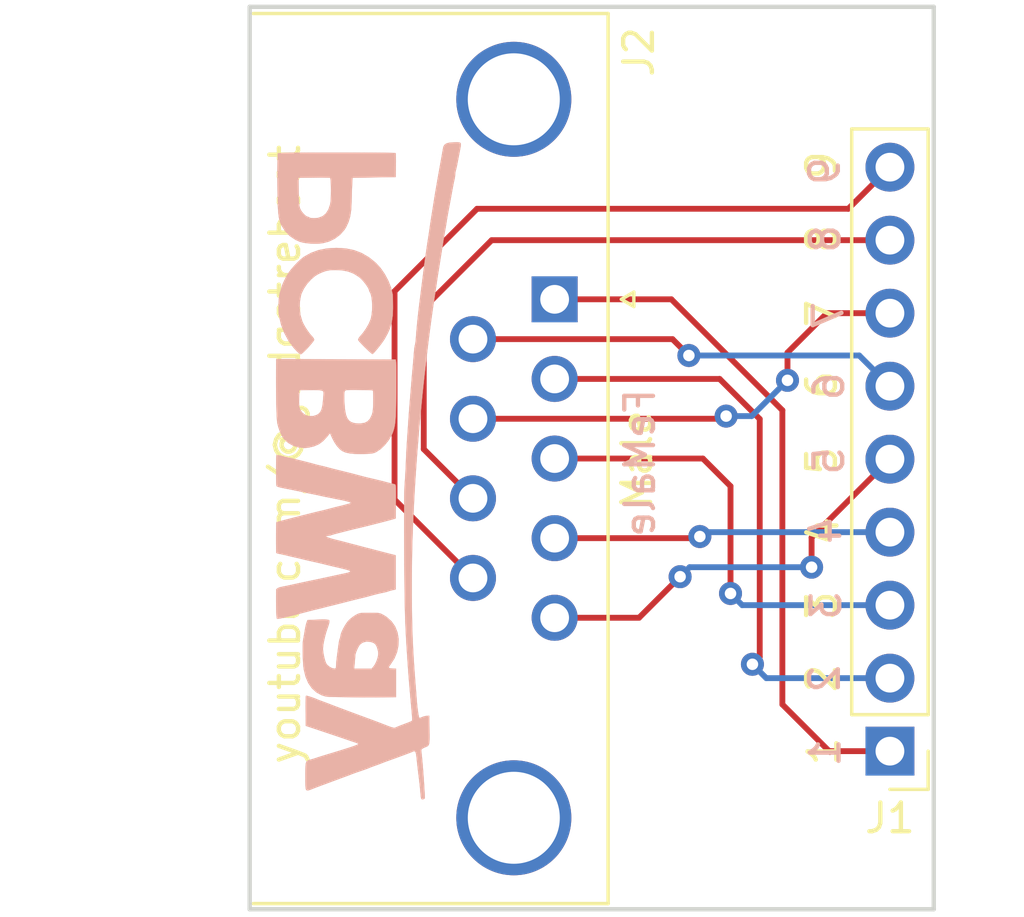
<source format=kicad_pcb>
(kicad_pcb (version 20241229) (generator "pcbnew") (generator_version "9.0")
  (layers (0 "F.Cu" signal) (2 "B.Cu" signal) (13 "F.Paste" user) (15 "B.Paste" user) (5 "F.SilkS" user "F.Silkscreen") (7 "B.SilkS" user "B.Silkscreen") (1 "F.Mask" user) (3 "B.Mask" user) (25 "Edge.Cuts" user))
  (net 0 "")
  (net 1 "Net-(J1-Pin_6)")
  (net 2 "Net-(J1-Pin_9)")
  (net 3 "Net-(J1-Pin_1)")
  (net 4 "Net-(J1-Pin_7)")
  (net 5 "Net-(J1-Pin_8)")
  (net 6 "Net-(J1-Pin_4)")
  (net 7 "Net-(J1-Pin_2)")
  (net 8 "Net-(J1-Pin_5)")
  (net 9 "Net-(J1-Pin_3)")
  (footprint "Connector_PinHeader_2.54mm:PinHeader_1x09_P2.54mm_Vertical" (layer "F.Cu") (at 174.276001 117.398801 180)
    (property "Reference" "J1" (at 0 -2.33 180) (layer "F.SilkS"))
    (property "Value" "Conn_01x09")
    (fp_line (start 1.33 1.27) (end 1.33 21.65) (stroke (width 0.12)) (layer "F.SilkS"))
    (fp_line (start -1.33 21.65) (end 1.33 21.65) (stroke (width 0.12)) (layer "F.SilkS"))
    (fp_line (start -1.33 1.27) (end 1.33 1.27) (stroke (width 0.12)) (layer "F.SilkS"))
    (fp_line (start -1.33 1.27) (end -1.33 21.65) (stroke (width 0.12)) (layer "F.SilkS"))
    (fp_line (start -1.33 0) (end -1.33 -1.33) (stroke (width 0.12)) (layer "F.SilkS"))
    (fp_line (start -1.33 -1.33) (end 0 -1.33) (stroke (width 0.12)) (layer "F.SilkS"))
    (pad "1" thru_hole rect (at 0 0 180) (size 1.7 1.7) (drill 1) (layers "*.Cu" "*.Mask") (net 3 "Net-(J1-Pin_1)"))
    (pad "2" thru_hole oval (at 0 2.54 180) (size 1.7 1.7) (drill 1) (layers "*.Cu" "*.Mask") (net 7 "Net-(J1-Pin_2)"))
    (pad "3" thru_hole oval (at 0 5.08 180) (size 1.7 1.7) (drill 1) (layers "*.Cu" "*.Mask") (net 9 "Net-(J1-Pin_3)"))
    (pad "4" thru_hole oval (at 0 7.62 180) (size 1.7 1.7) (drill 1) (layers "*.Cu" "*.Mask") (net 6 "Net-(J1-Pin_4)"))
    (pad "5" thru_hole oval (at 0 10.16 180) (size 1.7 1.7) (drill 1) (layers "*.Cu" "*.Mask") (net 8 "Net-(J1-Pin_5)"))
    (pad "6" thru_hole oval (at 0 12.7 180) (size 1.7 1.7) (drill 1) (layers "*.Cu" "*.Mask") (net 1 "Net-(J1-Pin_6)"))
    (pad "7" thru_hole oval (at 0 15.24 180) (size 1.7 1.7) (drill 1) (layers "*.Cu" "*.Mask") (net 4 "Net-(J1-Pin_7)"))
    (pad "8" thru_hole oval (at 0 17.78 180) (size 1.7 1.7) (drill 1) (layers "*.Cu" "*.Mask") (net 5 "Net-(J1-Pin_8)"))
    (pad "9" thru_hole oval (at 0 20.32 180) (size 1.7 1.7) (drill 1) (layers "*.Cu" "*.Mask") (net 2 "Net-(J1-Pin_9)"))
  )
  (footprint "Connector_Dsub:DSUB-9_Pins_Horizontal_P2.77x2.84mm_EdgePinOffset7.70mm_Housed_MountingHolesOffset9.12mm" (layer "F.Cu") (at 162.615862 101.677199 -90)
    (property "Reference" "J2" (at -8.607799 -2.927 90) (layer "F.SilkS"))
    (property "Value" "DE9_Pins_MountingHoles")
    (fp_line (start -9.945 10.48) (end -9.945 -1.860001) (stroke (width 0.12)) (layer "F.SilkS"))
    (fp_line (start -9.945 -1.860001) (end 21.025 -1.860001) (stroke (width 0.12)) (layer "F.SilkS"))
    (fp_line (start 21.025 -1.860001) (end 21.025 10.48) (stroke (width 0.12)) (layer "F.SilkS"))
    (fp_line (start 0 -2.321325) (end -0.25 -2.754338) (stroke (width 0.12)) (layer "F.SilkS"))
    (fp_line (start -0.25 -2.754338) (end 0.25 -2.754338) (stroke (width 0.12)) (layer "F.SilkS"))
    (fp_line (start 0.25 -2.754338) (end 0 -2.321325) (stroke (width 0.12)) (layer "F.SilkS"))
    (pad "0" thru_hole circle (at -6.96 1.42 270) (size 4 4) (drill 3.2) (layers "*.Cu" "*.Mask"))
    (pad "0" thru_hole circle (at 18.04 1.42 270) (size 4 4) (drill 3.2) (layers "*.Cu" "*.Mask"))
    (pad "1" thru_hole rect (at 0 0 270) (size 1.6 1.6) (drill 1) (layers "*.Cu" "*.Mask") (net 3 "Net-(J1-Pin_1)"))
    (pad "2" thru_hole circle (at 2.77 0 270) (size 1.6 1.6) (drill 1) (layers "*.Cu" "*.Mask") (net 7 "Net-(J1-Pin_2)"))
    (pad "3" thru_hole circle (at 5.540001 0 270) (size 1.6 1.6) (drill 1) (layers "*.Cu" "*.Mask") (net 9 "Net-(J1-Pin_3)"))
    (pad "4" thru_hole circle (at 8.31 0 270) (size 1.6 1.6) (drill 1) (layers "*.Cu" "*.Mask") (net 6 "Net-(J1-Pin_4)"))
    (pad "5" thru_hole circle (at 11.08 0 270) (size 1.6 1.6) (drill 1) (layers "*.Cu" "*.Mask") (net 8 "Net-(J1-Pin_5)"))
    (pad "6" thru_hole circle (at 1.385 2.84 270) (size 1.6 1.6) (drill 1) (layers "*.Cu" "*.Mask") (net 1 "Net-(J1-Pin_6)"))
    (pad "7" thru_hole circle (at 4.155 2.84 270) (size 1.6 1.6) (drill 1) (layers "*.Cu" "*.Mask") (net 4 "Net-(J1-Pin_7)"))
    (pad "8" thru_hole circle (at 6.925 2.84 270) (size 1.6 1.6) (drill 1) (layers "*.Cu" "*.Mask") (net 5 "Net-(J1-Pin_8)"))
    (pad "9" thru_hole circle (at 9.695 2.84 270) (size 1.6 1.6) (drill 1) (layers "*.Cu" "*.Mask") (net 2 "Net-(J1-Pin_9)"))
  )
  (footprint "footprints:pcb way logo" (layer "B.Cu") (at 156.8196 107.6452 -90)
    (property "Reference" "G***" (hide yes))
    (property "Value" "LOGO" (hide yes))
    (fp_poly (pts (xy -10.126591 3.844228) (xy -9.929313 3.843139) (xy -9.735945 3.841192) (xy -9.553324 3.838394) (xy -9.38829 3.834755) (xy -9.247678 3.830284) (xy -9.138327 3.824989) (xy -9.1313 3.824541) (xy -8.956587 3.810676) (xy -8.820741 3.793302) (xy -8.711841 3.770008) (xy -8.617965 3.738377) (xy -8.5471 3.706161) (xy -8.339348 3.575875) (xy -8.169537 3.411834) (xy -8.037919 3.214314) (xy -7.972923 3.067989) (xy -7.940297 2.945556) (xy -7.917438 2.789796) (xy -7.905442 2.617438) (xy -7.905406 2.44521) (xy -7.918428 2.289839) (xy -7.920839 2.273633) (xy -7.978841 2.053732) (xy -8.078306 1.848794) (xy -8.213134 1.667826) (xy -8.377223 1.519831) (xy -8.473314 1.458208) (xy -8.658103 1.371987) (xy -8.859803 1.312819) (xy -9.08855 1.278442) (xy -9.331367 1.266769) (xy -9.489371 1.263875) (xy -9.664856 1.258708) (xy -9.831707 1.252114) (xy -9.9187 1.24772) (xy -10.1981 1.2319) (xy -10.2235 -0.2667) (xy -10.631411 -0.273655) (xy -10.77054 -0.27497) (xy -10.891505 -0.274109) (xy -10.985333 -0.271294) (xy -11.04305 -0.266751) (xy -11.05686 -0.263072) (xy -11.059598 -0.235523) (xy -11.062204 -0.161024) (xy -11.064646 -0.04343) (xy -11.066891 0.113411) (xy -11.068906 0.305646) (xy -11.070657 0.529424) (xy -11.072113 0.780894) (xy -11.073238 1.056204) (xy -11.074004 1.351503) (xy -11.074371 1.662939) (xy -11.0744 1.780735) (xy -11.074244 2.164841) (xy -11.074084 2.273478) (xy -10.206686 2.273478) (xy -10.205711 2.153395) (xy -10.203623 2.065736) (xy -10.200501 2.018535) (xy -10.19943 2.013607) (xy -10.170509 2.001425) (xy -10.100654 1.991957) (xy -9.999658 1.985252) (xy -9.87732 1.981367) (xy -9.743433 1.980352) (xy -9.607793 1.98226) (xy -9.480196 1.987143) (xy -9.370437 1.995054) (xy -9.288312 2.006046) (xy -9.275897 2.008657) (xy -9.094353 2.069302) (xy -8.955111 2.157988) (xy -8.857953 2.274965) (xy -8.802659 2.420484) (xy -8.7884 2.56289) (xy -8.792342 2.646367) (xy -8.802568 2.7078) (xy -8.8138 2.7305) (xy -8.835581 2.766536) (xy -8.8392 2.792544) (xy -8.857061 2.834911) (xy -8.90281 2.893041) (xy -8.940235 2.930168) (xy -9.005333 2.985814) (xy -9.066812 3.028095) (xy -9.133035 3.058917) (xy -9.21236 3.080186) (xy -9.313151 3.093808) (xy -9.443767 3.101691) (xy -9.612572 3.105741) (xy -9.7155 3.10694) (xy -10.1981 3.1115) (xy -10.204983 2.578757) (xy -10.20647 2.417944) (xy -10.206686 2.273478) (xy -11.074084 2.273478) (xy -11.073747 2.500914) (xy -11.072867 2.791711) (xy -11.071559 3.039997) (xy -11.069782 3.248535) (xy -11.067493 3.420088) (xy -11.064649 3.557417) (xy -11.061207 3.663286) (xy -11.057123 3.740457) (xy -11.052356 3.791693) (xy -11.046863 3.819757) (xy -11.04265 3.827039) (xy -11.009458 3.832215) (xy -10.932311 3.83647) (xy -10.818049 3.839811) (xy -10.673508 3.842249) (xy -10.505526 3.843791) (xy -10.320941 3.844448) (xy -10.126591 3.844228)) (stroke (width 0.01)) (fill yes) (layer "B.SilkS"))
    (fp_poly (pts (xy -5.56091 3.803272) (xy -5.401501 3.788202) (xy -5.361482 3.782119) (xy -5.076571 3.712881) (xy -4.795154 3.603567) (xy -4.529552 3.460411) (xy -4.292089 3.289645) (xy -4.172403 3.180699) (xy -4.104182 3.11135) (xy -4.067054 3.067069) (xy -4.056003 3.037177) (xy -4.066021 3.011004) (xy -4.082614 2.98951) (xy -4.145914 2.918544) (xy -4.226202 2.837772) (xy -4.314442 2.755176) (xy -4.401595 2.678736) (xy -4.478625 2.616435) (xy -4.536493 2.576254) (xy -4.562821 2.5654) (xy -4.611019 2.583036) (xy -4.669978 2.627086) (xy -4.687898 2.644802) (xy -4.765385 2.713937) (xy -4.873187 2.793114) (xy -4.995161 2.871822) (xy -5.115163 2.939552) (xy -5.204078 2.980846) (xy -5.433434 3.047431) (xy -5.676004 3.074538) (xy -5.9055 3.060961) (xy -6.008013 3.043887) (xy -6.095873 3.026926) (xy -6.152947 3.013246) (xy -6.1595 3.01109) (xy -6.334765 2.928043) (xy -6.505094 2.813033) (xy -6.658737 2.676321) (xy -6.783938 2.528159) (xy -6.859486 2.400299) (xy -6.918748 2.264428) (xy -6.956631 2.151699) (xy -6.977719 2.041598) (xy -6.986598 1.913602) (xy -6.987951 1.825497) (xy -6.975849 1.585018) (xy -6.935027 1.377938) (xy -6.862071 1.193608) (xy -6.753568 1.021377) (xy -6.714078 0.971088) (xy -6.653022 0.907088) (xy -6.572446 0.836536) (xy -6.484014 0.768037) (xy -6.399391 0.710197) (xy -6.33024 0.671621) (xy -6.292974 0.6604) (xy -6.243816 0.646042) (xy -6.23443 0.639417) (xy -6.162525 0.601646) (xy -6.051915 0.573469) (xy -5.913856 0.555281) (xy -5.759604 0.547475) (xy -5.600413 0.550442) (xy -5.447539 0.564576) (xy -5.312237 0.59027) (xy -5.260917 0.605425) (xy -5.107137 0.671914) (xy -4.942548 0.767067) (xy -4.78661 0.878755) (xy -4.69571 0.957705) (xy -4.628347 1.011261) (xy -4.571856 1.036722) (xy -4.55601 1.037217) (xy -4.52428 1.017224) (xy -4.467718 0.968773) (xy -4.394591 0.900253) (xy -4.313161 0.820054) (xy -4.231693 0.736565) (xy -4.158452 0.658174) (xy -4.101702 0.59327) (xy -4.069709 0.550244) (xy -4.065589 0.539419) (xy -4.086112 0.510392) (xy -4.139138 0.459078) (xy -4.215794 0.392666) (xy -4.307208 0.318339) (xy -4.404508 0.243286) (xy -4.498819 0.174696) (xy -4.581271 0.119752) (xy -4.591249 0.113626) (xy -4.791482 0.003248) (xy -4.983731 -0.077389) (xy -5.181082 -0.131596) (xy -5.396619 -0.162684) (xy -5.64343 -0.173966) (xy -5.7277 -0.173965) (xy -5.862372 -0.172168) (xy -5.983352 -0.169393) (xy -6.07926 -0.165985) (xy -6.138712 -0.162287) (xy -6.1468 -0.161319) (xy -6.375963 -0.106574) (xy -6.613318 -0.013755) (xy -6.844756 0.109575) (xy -7.056167 0.255847) (xy -7.23344 0.417494) (xy -7.2406 0.425239) (xy -7.431262 0.662584) (xy -7.575989 0.91087) (xy -7.676975 1.175961) (xy -7.736416 1.463719) (xy -7.756507 1.78001) (xy -7.756496 1.803399) (xy -7.736786 2.124543) (xy -7.679727 2.414522) (xy -7.584026 2.67796) (xy -7.448391 2.919476) (xy -7.441557 2.929567) (xy -7.361341 3.030988) (xy -7.252021 3.147527) (xy -7.127068 3.266597) (xy -6.999958 3.37561) (xy -6.884164 3.461979) (xy -6.845301 3.486617) (xy -6.739634 3.545704) (xy -6.62761 3.602647) (xy -6.520935 3.652104) (xy -6.431316 3.688736) (xy -6.370457 3.7072) (xy -6.359195 3.7084) (xy -6.307149 3.719548) (xy -6.279805 3.731066) (xy -6.187409 3.762906) (xy -6.057033 3.786728) (xy -5.900964 3.801853) (xy -5.731495 3.807595) (xy -5.56091 3.803272)) (stroke (width 0.01)) (fill yes) (layer "B.SilkS"))
    (fp_poly (pts (xy -2.826161 3.888604) (xy -2.547899 3.885702) (xy -2.298297 3.881231) (xy -2.081536 3.875271) (xy -1.901796 3.867901) (xy -1.76326 3.859201) (xy -1.670106 3.849252) (xy -1.652043 3.846118) (xy -1.511814 3.80936) (xy -1.36666 3.756716) (xy -1.233173 3.69525) (xy -1.127946 3.632021) (xy -1.102665 3.612326) (xy -0.971639 3.46891) (xy -0.874304 3.295237) (xy -0.814414 3.102098) (xy -0.795727 2.90028) (xy -0.808041 2.766075) (xy -0.85569 2.566701) (xy -0.928239 2.401811) (xy -1.03359 2.258018) (xy -1.179645 2.121928) (xy -1.19592 2.108919) (xy -1.314522 2.015169) (xy -1.149826 1.94342) (xy -0.999404 1.865906) (xy -0.86345 1.773398) (xy -0.754307 1.675281) (xy -0.692679 1.595898) (xy -0.643674 1.485989) (xy -0.610219 1.343592) (xy -0.591599 1.163695) (xy -0.587102 0.94129) (xy -0.588446 0.8636) (xy -0.592987 0.719002) (xy -0.59942 0.614043) (xy -0.609397 0.537564) (xy -0.624572 0.478406) (xy -0.646597 0.425408) (xy -0.656151 0.4064) (xy -0.753876 0.260044) (xy -0.889112 0.116632) (xy -1.049198 -0.012941) (xy -1.221469 -0.117779) (xy -1.31437 -0.159979) (xy -1.391698 -0.188515) (xy -1.470346 -0.212198) (xy -1.55594 -0.231518) (xy -1.654109 -0.246962) (xy -1.770477 -0.259017) (xy -1.910673 -0.268171) (xy -2.080323 -0.274913) (xy -2.285053 -0.279728) (xy -2.530491 -0.283105) (xy -2.757815 -0.285084) (xy -2.977534 -0.286331) (xy -3.18365 -0.286837) (xy -3.370072 -0.286637) (xy -3.530713 -0.285766) (xy -3.659482 -0.284259) (xy -3.750292 -0.28215) (xy -3.797052 -0.279474) (xy -3.799215 -0.279151) (xy -3.8735 -0.266203) (xy -3.878041 1.184547) (xy -2.818582 1.184547) (xy -2.817073 1.021153) (xy -2.816858 1.00502) (xy -2.814295 0.856885) (xy -2.810974 0.726325) (xy -2.807198 0.621829) (xy -2.803269 0.551883) (xy -2.7998 0.525388) (xy -2.771866 0.518289) (xy -2.702553 0.512947) (xy -2.601262 0.509762) (xy -2.477397 0.509135) (xy -2.429523 0.509607) (xy -2.265057 0.513623) (xy -2.14102 0.521235) (xy -2.047109 0.533535) (xy -1.973015 0.551613) (xy -1.9466 0.560712) (xy -1.812717 0.625543) (xy -1.721436 0.707944) (xy -1.66763 0.815752) (xy -1.646173 0.956802) (xy -1.64544 1.021055) (xy -1.656934 1.158) (xy -1.689294 1.267668) (xy -1.747132 1.353053) (xy -1.835059 1.417148) (xy -1.957686 1.462946) (xy -2.119625 1.493441) (xy -2.325487 1.511627) (xy -2.407225 1.515574) (xy -2.557358 1.520242) (xy -2.663947 1.519852) (xy -2.734033 1.51405) (xy -2.774655 1.502482) (xy -2.783707 1.496603) (xy -2.797929 1.477927) (xy -2.808051 1.444461) (xy -2.814549 1.389125) (xy -2.8179 1.304845) (xy -2.818582 1.184547) (xy -3.878041 1.184547) (xy -3.879999 1.809999) (xy -3.88244 2.590112) (xy -2.813181 2.590112) (xy -2.810644 2.467993) (xy -2.805187 2.370719) (xy -2.797283 2.309616) (xy -2.79461 2.300304) (xy -2.783084 2.271875) (xy -2.768266 2.252865) (xy -2.741647 2.242352) (xy -2.694719 2.239416) (xy -2.618975 2.243138) (xy -2.505906 2.252598) (xy -2.422709 2.260096) (xy -2.259121 2.280214) (xy -2.137507 2.309326) (xy -2.049305 2.351298) (xy -1.985948 2.409991) (xy -1.945487 2.475398) (xy -1.902793 2.61068) (xy -1.902858 2.746357) (xy -1.942613 2.871848) (xy -2.018982 2.976572) (xy -2.109711 3.041016) (xy -2.165453 3.066011) (xy -2.221264 3.081986) (xy -2.289857 3.090538) (xy -2.383945 3.093267) (xy -2.513896 3.091816) (xy -2.805291 3.0861) (xy -2.812327 2.725755) (xy -2.813181 2.590112) (xy -3.88244 2.590112) (xy -3.886497 3.8862) (xy -3.791099 3.887089) (xy -3.451942 3.889377) (xy -3.128903 3.889855) (xy -2.826161 3.888604)) (stroke (width 0.01)) (fill yes) (layer "B.SilkS"))
    (fp_poly (pts (xy 6.374051 2.963366) (xy 6.534973 2.958054) (xy 6.687105 2.949813) (xy 6.818563 2.938907) (xy 6.9088 2.927132) (xy 7.166464 2.864128) (xy 7.386143 2.769718) (xy 7.566849 2.644696) (xy 7.7076 2.489858) (xy 7.807409 2.305998) (xy 7.85082 2.167246) (xy 7.856694 2.116434) (xy 7.861996 2.019777) (xy 7.866681 1.882223) (xy 7.870695 1.708723) (xy 7.873989 1.504228) (xy 7.876515 1.273689) (xy 7.878221 1.022056) (xy 7.879059 0.754276) (xy 7.878978 0.475307) (xy 7.877928 0.190094) (xy 7.87586 -0.096411) (xy 7.874744 -0.20955) (xy 7.874 -0.2794) (xy 6.8834 -0.2794) (xy 6.881614 -0.18415) (xy 6.875988 -0.087279) (xy 6.859568 -0.037279) (xy 6.826213 -0.030437) (xy 6.769778 -0.063037) (xy 6.730918 -0.093022) (xy 6.528512 -0.224926) (xy 6.305413 -0.316199) (xy 6.070831 -0.364866) (xy 5.833973 -0.368954) (xy 5.620289 -0.331176) (xy 5.41391 -0.248277) (xy 5.235986 -0.123391) (xy 5.087186 0.042941) (xy 5.014508 0.158159) (xy 4.984619 0.214355) (xy 4.964065 0.263604) (xy 4.951102 0.317165) (xy 4.943982 0.386294) (xy 4.940964 0.482249) (xy 4.940303 0.616287) (xy 4.940301 0.637007) (xy 4.940718 0.754567) (xy 5.939747 0.754567) (xy 5.945868 0.621594) (xy 5.949934 0.60325) (xy 5.985283 0.499964) (xy 6.03892 0.43254) (xy 6.124436 0.386614) (xy 6.169343 0.371435) (xy 6.275489 0.343441) (xy 6.362466 0.335245) (xy 6.453554 0.346858) (xy 6.54929 0.371648) (xy 6.64924 0.40918) (xy 6.745627 0.459168) (xy 6.78815 0.488082) (xy 6.8834 0.563069) (xy 6.8834 1.175704) (xy 6.67385 1.156668) (xy 6.571854 1.147871) (xy 6.486772 1.141384) (xy 6.433388 1.138311) (xy 6.4262 1.138211) (xy 6.363068 1.126765) (xy 6.274708 1.096245) (xy 6.179029 1.054403) (xy 6.093942 1.008994) (xy 6.041338 0.971592) (xy 5.972709 0.875821) (xy 5.939747 0.754567) (xy 4.940718 0.754567) (xy 4.940799 0.776953) (xy 4.943465 0.877469) (xy 4.950044 0.949922) (xy 4.962286 1.00568) (xy 4.98194 1.056111) (xy 5.010753 1.112582) (xy 5.014534 1.119607) (xy 5.077448 1.217687) (xy 5.1574 1.318343) (xy 5.205034 1.368558) (xy 5.285856 1.433962) (xy 5.389578 1.501342) (xy 5.502645 1.563625) (xy 5.6115 1.613736) (xy 5.702589 1.644604) (xy 5.746355 1.651) (xy 5.803451 1.659476) (xy 5.83057 1.672609) (xy 5.865458 1.685566) (xy 5.937495 1.701337) (xy 6.033337 1.717163) (xy 6.0706 1.722278) (xy 6.205962 1.739909) (xy 6.35533 1.759425) (xy 6.486908 1.776669) (xy 6.4897 1.777036) (xy 6.600417 1.789978) (xy 6.704469 1.799414) (xy 6.781362 1.803521) (xy 6.78815 1.803568) (xy 6.851035 1.807548) (xy 6.877931 1.826093) (xy 6.8834 1.865449) (xy 6.863629 1.950347) (xy 6.812914 2.041152) (xy 6.744146 2.118098) (xy 6.697418 2.150531) (xy 6.612846 2.183516) (xy 6.497012 2.21509) (xy 6.369385 2.241073) (xy 6.249429 2.257284) (xy 6.184899 2.260601) (xy 6.081305 2.252234) (xy 5.945471 2.229454) (xy 5.792701 2.195742) (xy 5.6383 2.154581) (xy 5.497572 2.109452) (xy 5.461 2.095925) (xy 5.373425 2.066142) (xy 5.290712 2.044044) (xy 5.267809 2.039656) (xy 5.216272 2.035367) (xy 5.191528 2.052825) (xy 5.179982 2.104872) (xy 5.177551 2.124899) (xy 5.174134 2.190438) (xy 5.173761 2.291549) (xy 5.176326 2.413097) (xy 5.180242 2.511177) (xy 5.1943 2.799853) (xy 5.283201 2.832329) (xy 5.353341 2.852546) (xy 5.452663 2.874639) (xy 5.559974 2.893905) (xy 5.5626 2.894313) (xy 5.677861 2.91309) (xy 5.793439 2.93341) (xy 5.8801 2.950033) (xy 5.95736 2.959082) (xy 6.073361 2.964145) (xy 6.216219 2.965484) (xy 6.374051 2.963366)) (stroke (width 0.01)) (fill yes) (layer "B.SilkS"))
    (fp_poly (pts (xy 2.532456 3.889832) (xy 2.657716 3.888599) (xy 2.760041 3.886628) (xy 2.830218 3.883908) (xy 2.859028 3.880425) (xy 2.859131 3.880335) (xy 2.870932 3.84967) (xy 2.886371 3.786169) (xy 2.894807 3.743361) (xy 2.914947 3.643707) (xy 2.937976 3.544555) (xy 2.944905 3.5179) (xy 2.967687 3.428532) (xy 2.992133 3.324996) (xy 3.000082 3.2893) (xy 3.021346 3.193811) (xy 3.042446 3.102438) (xy 3.049399 3.0734) (xy 3.069674 2.990274) (xy 3.093142 2.894069) (xy 3.098966 2.8702) (xy 3.119846 2.781561) (xy 3.144823 2.671285) (xy 3.162504 2.5908) (xy 3.186527 2.483626) (xy 3.217016 2.353188) (xy 3.247891 2.225449) (xy 3.251763 2.2098) (xy 3.279067 2.09902) (xy 3.304077 1.996127) (xy 3.322385 1.91929) (xy 3.325692 1.905) (xy 3.370361 1.711357) (xy 3.405943 1.562349) (xy 3.434031 1.452947) (xy 3.456219 1.378121) (xy 3.474099 1.332843) (xy 3.489266 1.312082) (xy 3.503315 1.31081) (xy 3.511903 1.317343) (xy 3.532784 1.356941) (xy 3.552951 1.423368) (xy 3.556475 1.439407) (xy 3.566748 1.489444) (xy 3.578581 1.54598) (xy 3.59377 1.617408) (xy 3.614111 1.712121) (xy 3.6414 1.838512) (xy 3.677433 2.004974) (xy 3.683288 2.032) (xy 3.72666 2.233467) (xy 3.769819 2.436234) (xy 3.808996 2.622505) (xy 3.836624 2.7559) (xy 3.852659 2.832388) (xy 3.876453 2.943748) (xy 3.904813 3.075248) (xy 3.934547 3.212156) (xy 3.962463 3.339738) (xy 3.985368 3.443262) (xy 3.990713 3.4671) (xy 4.010052 3.559329) (xy 4.026819 3.649305) (xy 4.028207 3.6576) (xy 4.055076 3.774527) (xy 4.089715 3.85244) (xy 4.129567 3.885945) (xy 4.136931 3.886842) (xy 4.345495 3.889051) (xy 4.54253 3.889209) (xy 4.721766 3.88747) (xy 4.876936 3.883988) (xy 5.001773 3.878914) (xy 5.090008 3.872402) (xy 5.135374 3.864605) (xy 5.139404 3.862357) (xy 5.145247 3.849252) (xy 5.146076 3.823156) (xy 5.140926 3.779807) (xy 5.128834 3.714939) (xy 5.108838 3.624291) (xy 5.079975 3.503597) (xy 5.04128 3.348596) (xy 4.991792 3.155021) (xy 4.930548 2.918613) (xy 4.898082 2.794) (xy 4.865476 2.667856) (xy 4.83542 2.549524) (xy 4.811568 2.453503) (xy 4.79891 2.4003) (xy 4.775787 2.303417) (xy 4.750453 2.204447) (xy 4.748478 2.1971) (xy 4.72461 2.105348) (xy 4.702626 2.015622) (xy 4.700528 2.0066) (xy 4.684254 1.939014) (xy 4.659926 1.841453) (xy 4.632337 1.73309) (xy 4.627545 1.7145) (xy 4.574801 1.509431) (xy 4.526752 1.320887) (xy 4.485181 1.155968) (xy 4.451871 1.021776) (xy 4.428604 0.925408) (xy 4.420272 0.889) (xy 4.40403 0.821688) (xy 4.378762 0.72453) (xy 4.349429 0.61652) (xy 4.343963 0.5969) (xy 4.313978 0.486584) (xy 4.286853 0.381281) (xy 4.267782 0.301256) (xy 4.265814 0.2921) (xy 4.247455 0.204485) (xy 4.230429 0.123254) (xy 4.228551 0.1143) (xy 4.209852 0.04085) (xy 4.19199 -0.0127) (xy 4.173206 -0.070618) (xy 4.153088 -0.148808) (xy 4.149453 -0.1651) (xy 4.1275 -0.2667) (xy 2.938047 -0.266699) (xy 2.893177 -0.0889) (xy 2.868086 0.009446) (xy 2.83473 0.138709) (xy 2.797818 0.280692) (xy 2.76824 0.3937) (xy 2.735111 0.520354) (xy 2.704769 0.637322) (xy 2.680656 0.731281) (xy 2.666575 0.7874) (xy 2.644522 0.873764) (xy 2.619149 0.967425) (xy 2.6162 0.9779) (xy 2.591168 1.069487) (xy 2.568004 1.159123) (xy 2.56572 1.168401) (xy 2.548617 1.235871) (xy 2.523171 1.333261) (xy 2.494379 1.441473) (xy 2.489262 1.460499) (xy 2.458044 1.578672) (xy 2.427239 1.699113) (xy 2.403136 1.797197) (xy 2.401672 1.8034) (xy 2.366409 1.941706) (xy 2.333436 2.049421) (xy 2.304562 2.122788) (xy 2.281592 2.158044) (xy 2.266338 2.151435) (xy 2.260606 2.0992) (xy 2.260601 2.096696) (xy 2.250875 2.020758) (xy 2.237845 1.976046) (xy 2.216552 1.912821) (xy 2.193209 1.831696) (xy 2.18914 1.8161) (xy 2.164181 1.718938) (xy 2.138513 1.619802) (xy 2.136715 1.6129) (xy 2.105263 1.490582) (xy 2.071717 1.357498) (xy 2.040364 1.230881) (xy 2.015491 1.127962) (xy 2.007149 1.0922) (xy 1.979587 0.975023) (xy 1.9433 0.825859) (xy 1.901119 0.655861) (xy 1.855878 0.476178) (xy 1.810407 0.297963) (xy 1.767539 0.132369) (xy 1.730106 -0.009457) (xy 1.700939 -0.116362) (xy 1.694299 -0.1397) (xy 1.657617 -0.2667) (xy 1.069491 -0.273519) (xy 0.872546 -0.275198) (xy 0.72133 -0.274957) (xy 0.610798 -0.27258) (xy 0.535909 -0.267853) (xy 0.491621 -0.260562) (xy 0.47289 -0.250495) (xy 0.471765 -0.248119) (xy 0.460509 -0.205967) (xy 0.442497 -0.134359) (xy 0.431364 -0.0889) (xy 0.408486 0.002528) (xy 0.386331 0.086547) (xy 0.378578 0.1143) (xy 0.363845 0.169982) (xy 0.341079 0.261377) (xy 0.313671 0.3747) (xy 0.291143 0.4699) (xy 0.259689 0.604058) (xy 0.23651 0.70208) (xy 0.218289 0.777292) (xy 0.201711 0.843018) (xy 0.183458 0.912583) (xy 0.160214 0.999311) (xy 0.148881 1.0414) (xy 0.117117 1.160106) (xy 0.0908 1.260746) (xy 0.064449 1.364659) (xy 0.032583 1.493186) (xy 0.026561 1.51765) (xy 0.001936 1.617732) (xy -0.023503 1.721121) (xy -0.026562 1.73355) (xy -0.062832 1.879469) (xy -0.091807 1.99217) (xy -0.117699 2.087917) (xy -0.126945 2.1209) (xy -0.151296 2.214274) (xy -0.175148 2.316539) (xy -0.179472 2.3368) (xy -0.202089 2.433961) (xy -0.230563 2.541967) (xy -0.240947 2.5781) (xy -0.261252 2.650877) (xy -0.288878 2.756031) (xy -0.321933 2.885732) (xy -0.35852 3.032157) (xy -0.396745 3.187475) (xy -0.434712 3.343858) (xy -0.470528 3.49348) (xy -0.502296 3.628511) (xy -0.528122 3.741125) (xy -0.546111 3.823494) (xy -0.55437 3.86779) (xy -0.554459 3.873179) (xy -0.523918 3.878962) (xy -0.45192 3.883555) (xy -0.347737 3.886966) (xy -0.220638 3.889198) (xy -0.079893 3.890258) (xy 0.065228 3.890149) (xy 0.205456 3.888878) (xy 0.33152 3.886448) (xy 0.434151 3.882866) (xy 0.504078 3.878137) (xy 0.53178 3.87258) (xy 0.547402 3.846288) (xy 0.564881 3.793606) (xy 0.585844 3.708127) (xy 0.611912 3.58344) (xy 0.634504 3.4671) (xy 0.654403 3.365556) (xy 0.680383 3.237027) (xy 0.708666 3.099806) (xy 0.735475 2.97219) (xy 0.757031 2.872473) (xy 0.760377 2.8575) (xy 0.77832 2.774039) (xy 0.799698 2.669324) (xy 0.81263 2.6035) (xy 0.832633 2.503627) (xy 0.852741 2.409423) (xy 0.8636 2.3622) (xy 0.880611 2.286843) (xy 0.901294 2.187928) (xy 0.914568 2.1209) (xy 0.934794 2.017764) (xy 0.955077 1.917249) (xy 0.965565 1.8669) (xy 0.982392 1.78543) (xy 1.003342 1.680704) (xy 1.018543 1.60292) (xy 1.040573 1.500504) (xy 1.065117 1.403678) (xy 1.081735 1.34892) (xy 1.101631 1.298561) (xy 1.116971 1.287401) (xy 1.133013 1.318881) (xy 1.155009 1.396442) (xy 1.155156 1.397) (xy 1.173674 1.466752) (xy 1.195299 1.547244) (xy 1.195882 1.5494) (xy 1.218315 1.636652) (xy 1.240966 1.730949) (xy 1.243013 1.7399) (xy 1.260969 1.814112) (xy 1.287227 1.916925) (xy 1.316569 2.027975) (xy 1.321081 2.0447) (xy 1.350151 2.155161) (xy 1.376501 2.260569) (xy 1.395068 2.340579) (xy 1.396944 2.3495) (xy 1.409668 2.405685) (xy 1.43209 2.498761) (xy 1.462353 2.621461) (xy 1.4986 2.766515) (xy 1.538978 2.926655) (xy 1.581626 3.094614) (xy 1.624689 3.263123) (xy 1.666311 3.424914) (xy 1.704635 3.572716) (xy 1.737804 3.699266) (xy 1.763962 3.797291) (xy 1.781252 3.859527) (xy 1.787604 3.878872) (xy 1.815362 3.882449) (xy 1.884695 3.885376) (xy 1.986389 3.887641) (xy 2.111228 3.889232) (xy 2.249996 3.890136) (xy 2.393477 3.89034) (xy 2.532456 3.889832)) (stroke (width 0.01)) (fill yes) (layer "B.SilkS"))
    (fp_poly (pts (xy 10.941751 2.86953) (xy 11.034044 2.863302) (xy 11.090937 2.848355) (xy 11.117548 2.821094) (xy 11.118996 2.777928) (xy 11.100401 2.715261) (xy 11.06688 2.629502) (xy 11.046612 2.5781) (xy 11.003013 2.464628) (xy 10.960072 2.350996) (xy 10.926075 2.259161) (xy 10.922 2.2479) (xy 10.890423 2.161388) (xy 10.849025 2.049481) (xy 10.805991 1.934288) (xy 10.799753 1.9177) (xy 10.752167 1.790368) (xy 10.700245 1.650019) (xy 10.655045 1.526542) (xy 10.654122 1.524) (xy 10.616622 1.421966) (xy 10.581593 1.328856) (xy 10.555917 1.262934) (xy 10.553619 1.2573) (xy 10.530663 1.197148) (xy 10.498007 1.106187) (xy 10.461877 1.001846) (xy 10.453769 0.9779) (xy 10.416205 0.867189) (xy 10.388152 0.787235) (xy 10.363191 0.720559) (xy 10.334899 0.649682) (xy 10.318485 0.6096) (xy 10.294763 0.548093) (xy 10.263994 0.46356) (xy 10.248367 0.4191) (xy 10.216028 0.328884) (xy 10.184411 0.245515) (xy 10.172459 0.2159) (xy 10.13949 0.133185) (xy 10.113576 0.0635) (xy 10.060957 -0.083984) (xy 10.005294 -0.238058) (xy 9.949596 -0.3906) (xy 9.896869 -0.533493) (xy 9.850123 -0.658618) (xy 9.812365 -0.757855) (xy 9.786601 -0.823086) (xy 9.777296 -0.844205) (xy 9.754822 -0.894763) (xy 9.754404 -0.931413) (xy 9.782027 -0.957549) (xy 9.843676 -0.976565) (xy 9.945338 -0.991853) (xy 10.0584 -1.003577) (xy 10.154068 -1.013432) (xy 10.28116 -1.027602) (xy 10.420715 -1.043932) (xy 10.5156 -1.055488) (xy 10.689517 -1.076871) (xy 10.82766 -1.093239) (xy 10.944624 -1.106176) (xy 11.055002 -1.117265) (xy 11.173393 -1.12809) (xy 11.233149 -1.133294) (xy 11.332288 -1.142985) (xy 11.391112 -1.153508) (xy 11.420014 -1.168775) (xy 11.429385 -1.1927) (xy 11.429999 -1.207411) (xy 11.415964 -1.258174) (xy 11.394359 -1.27824) (xy 11.36101 -1.279792) (xy 11.2848 -1.277645) (xy 11.173489 -1.272337) (xy 11.03484 -1.264408) (xy 10.876613 -1.254396) (xy 10.706569 -1.24284) (xy 10.532471 -1.230279) (xy 10.36208 -1.21725) (xy 10.203156 -1.204296) (xy 10.063462 -1.191951) (xy 9.950758 -1.180756) (xy 9.893301 -1.174049) (xy 9.80487 -1.164726) (xy 9.733206 -1.160864) (xy 9.701121 -1.162365) (xy 9.670543 -1.189153) (xy 9.635625 -1.249055) (xy 9.61628 -1.295641) (xy 9.597266 -1.345398) (xy 9.576233 -1.383223) (xy 9.546533 -1.410619) (xy 9.501523 -1.429087) (xy 9.434552 -1.440129) (xy 9.338983 -1.445248) (xy 9.208164 -1.445945) (xy 9.035453 -1.443723) (xy 8.9662 -1.442572) (xy 8.5217 -1.4351) (xy 8.526639 -1.345472) (xy 8.541657 -1.259388) (xy 8.569789 -1.182193) (xy 8.59313 -1.126869) (xy 8.597948 -1.092496) (xy 8.597406 -1.091402) (xy 8.566632 -1.078136) (xy 8.494993 -1.062243) (xy 8.392259 -1.045187) (xy 8.268202 -1.028429) (xy 8.132591 -1.013435) (xy 8.000999 -1.002085) (xy 7.880738 -0.993106) (xy 7.732557 -0.981734) (xy 7.579169 -0.969721) (xy 7.493 -0.96285) (xy 7.010428 -0.925824) (xy 6.563164 -0.89557) (xy 6.138348 -0.871582) (xy 5.723121 -0.853352) (xy 5.304626 -0.840372) (xy 4.870005 -0.832137) (xy 4.4064 -0.828138) (xy 4.064 -0.827582) (xy 3.70564 -0.828459) (xy 3.376837 -0.830693) (xy 3.068014 -0.834549) (xy 2.769592 -0.840297) (xy 2.471992 -0.848203) (xy 2.165636 -0.858535) (xy 1.840948 -0.871562) (xy 1.488346 -0.88755) (xy 1.098255 -0.906768) (xy 0.9398 -0.91489) (xy 0.623408 -0.932525) (xy 0.274421 -0.954221) (xy -0.095155 -0.979089) (xy -0.473314 -1.006243) (xy -0.84805 -1.034797) (xy -1.207357 -1.063862) (xy -1.539228 -1.092553) (xy -1.8161 -1.118453) (xy -1.964562 -1.132806) (xy -2.127038 -1.148199) (xy -2.277416 -1.16217) (xy -2.3368 -1.167572) (xy -2.514025 -1.184428) (xy -2.732042 -1.206598) (xy -2.981247 -1.232996) (xy -3.252036 -1.262535) (xy -3.534808 -1.294128) (xy -3.819957 -1.326689) (xy -4.09788 -1.35913) (xy -4.358976 -1.390366) (xy -4.593639 -1.419309) (xy -4.792265 -1.444872) (xy -4.81965 -1.448522) (xy -4.948405 -1.465751) (xy -5.091174 -1.484818) (xy -5.187951 -1.49772) (xy -5.472592 -1.536675) (xy -5.74216 -1.575588) (xy -5.8928 -1.598426) (xy -6.103288 -1.630921) (xy -6.273467 -1.656852) (xy -6.413186 -1.677699) (xy -6.532297 -1.694941) (xy -6.5786 -1.701473) (xy -6.700755 -1.719395) (xy -6.834931 -1.740296) (xy -6.9088 -1.752401) (xy -7.027359 -1.771951) (xy -7.154651 -1.792293) (xy -7.2263 -1.8034) (xy -7.344215 -1.821722) (xy -7.472588 -1.842243) (xy -7.5311 -1.851822) (xy -7.625804 -1.867225) (xy -7.749763 -1.886994) (xy -7.882022 -1.907799) (xy -7.9375 -1.91643) (xy -8.076352 -1.938647) (xy -8.225299 -1.963595) (xy -8.358626 -1.986938) (xy -8.396498 -1.99386) (xy -8.503232 -2.013103) (xy -8.599587 -2.029466) (xy -8.667548 -2.03991) (xy -8.675899 -2.040992) (xy -8.713272 -2.046171) (xy -8.766917 -2.054833) (xy -8.843103 -2.068099) (xy -8.948101 -2.087094) (xy -9.088178 -2.112939) (xy -9.269605 -2.146759) (xy -9.3472 -2.161281) (xy -9.460378 -2.182322) (xy -9.582291 -2.20476) (xy -9.626601 -2.212846) (xy -9.78495 -2.241744) (xy -9.902302 -2.263488) (xy -9.987668 -2.279849) (xy -10.050061 -2.292596) (xy -10.098492 -2.3035) (xy -10.137547 -2.313188) (xy -10.222708 -2.329583) (xy -10.30245 -2.336785) (xy -10.305207 -2.3368) (xy -10.389259 -2.344859) (xy -10.45466 -2.359458) (xy -10.522408 -2.377393) (xy -10.614094 -2.398167) (xy -10.668 -2.409133) (xy -10.754195 -2.425812) (xy -10.871623 -2.448549) (xy -11.001646 -2.473736) (xy -11.075636 -2.488073) (xy -11.215799 -2.515642) (xy -11.31334 -2.532316) (xy -11.375922 -2.534407) (xy -11.411207 -2.518235) (xy -11.426859 -2.480114) (xy -11.430537 -2.41636) (xy -11.429913 -2.32329) (xy -11.429906 -2.31775) (xy -11.422505 -2.162627) (xy -11.398697 -2.050644) (xy -11.35584 -1.976033) (xy -11.291294 -1.933037) (xy -11.248185 -1.921243) (xy -11.173025 -1.907653) (xy -11.076152 -1.890428) (xy -11.0236 -1.881187) (xy -10.912621 -1.861549) (xy -10.790409 -1.839613) (xy -10.73785 -1.830069) (xy -10.519036 -1.79046) (xy -10.293835 -1.750321) (xy -10.07161 -1.711273) (xy -9.861723 -1.674935) (xy -9.673534 -1.642929) (xy -9.516406 -1.616876) (xy -9.399701 -1.598394) (xy -9.398 -1.598137) (xy -9.279182 -1.579732) (xy -9.151668 -1.559339) (xy -9.0805 -1.547618) (xy -8.848233 -1.510123) (xy -8.590468 -1.470995) (xy -8.4328 -1.448165) (xy -8.310512 -1.430283) (xy -8.176216 -1.409896) (xy -8.1026 -1.398354) (xy -7.984204 -1.379923) (xy -7.850051 -1.359726) (xy -7.7597 -1.346534) (xy -7.633071 -1.328344) (xy -7.493061 -1.308145) (xy -7.4041 -1.295261) (xy -7.2849 -1.27858) (xy -7.146108 -1.260064) (xy -7.023101 -1.244389) (xy -6.891528 -1.227993) (xy -6.7471 -1.209736) (xy -6.6294 -1.194644) (xy -6.504381 -1.178577) (xy -6.360295 -1.160258) (xy -6.229351 -1.143779) (xy -6.092834 -1.126668) (xy -5.94003 -1.107435) (xy -5.81025 -1.091028) (xy -5.611587 -1.066931) (xy -5.399058 -1.043047) (xy -5.18541 -1.020658) (xy -4.983395 -1.001055) (xy -4.805763 -0.985521) (xy -4.665262 -0.975343) (xy -4.6609 -0.975085) (xy -4.552447 -0.966681) (xy -4.458922 -0.955795) (xy -4.395258 -0.944304) (xy -4.3815 -0.939959) (xy -4.333971 -0.928502) (xy -4.250626 -0.916483) (xy -4.146384 -0.905899) (xy -4.1021 -0.90251) (xy -3.967084 -0.892391) (xy -3.809864 -0.879425) (xy -3.658769 -0.865973) (xy -3.6195 -0.862256) (xy -3.485673 -0.849857) (xy -3.324313 -0.835644) (xy -3.158541 -0.821621) (xy -3.048 -0.812654) (xy -2.887342 -0.79975) (xy -2.708169 -0.785069) (xy -2.53639 -0.770746) (xy -2.4384 -0.762418) (xy -2.303186 -0.751343) (xy -2.136186 -0.73848) (xy -1.956314 -0.725245) (xy -1.782484 -0.713054) (xy -1.739901 -0.710182) (xy -1.564178 -0.698399) (xy -1.371013 -0.685368) (xy -1.181737 -0.672531) (xy -1.017682 -0.661333) (xy -0.9906 -0.659475) (xy -0.831218 -0.649553) (xy -0.643355 -0.639458) (xy -0.449316 -0.63031) (xy -0.271404 -0.623222) (xy -0.254 -0.622624) (xy -0.082693 -0.615607) (xy 0.103789 -0.605934) (xy 0.284472 -0.594807) (xy 0.438378 -0.58343) (xy 0.4572 -0.581832) (xy 0.558902 -0.575794) (xy 0.711224 -0.570909) (xy 0.913997 -0.56718) (xy 1.167054 -0.564605) (xy 1.470227 -0.563187) (xy 1.823348 -0.562927) (xy 2.226249 -0.563826) (xy 2.678763 -0.565884) (xy 2.8194 -0.566699) (xy 3.244497 -0.569491) (xy 3.624182 -0.572519) (xy 3.963842 -0.575926) (xy 4.268864 -0.579858) (xy 4.544637 -0.584457) (xy 4.796546 -0.589867) (xy 5.029981 -0.596232) (xy 5.250328 -0.603696) (xy 5.462974 -0.612403) (xy 5.673308 -0.622495) (xy 5.886716 -0.634118) (xy 6.108586 -0.647415) (xy 6.2992 -0.659576) (xy 6.544222 -0.675725) (xy 6.760931 -0.690472) (xy 6.959533 -0.704625) (xy 7.150233 -0.718991) (xy 7.343241 -0.734378) (xy 7.548761 -0.751594) (xy 7.777002 -0.771447) (xy 8.038167 -0.794743) (xy 8.255 -0.814346) (xy 8.412969 -0.828557) (xy 8.527733 -0.838136) (xy 8.606675 -0.843058) (xy 8.65718 -0.843297) (xy 8.686633 -0.838829) (xy 8.702418 -0.829631) (xy 8.711919 -0.815675) (xy 8.713456 -0.8128) (xy 8.731032 -0.772796) (xy 8.760765 -0.698334) (xy 8.797412 -0.602683) (xy 8.813821 -0.5588) (xy 8.852285 -0.457189) (xy 8.886586 -0.370198) (xy 8.911262 -0.311548) (xy 8.917372 -0.298794) (xy 8.933576 -0.262712) (xy 8.940377 -0.225145) (xy 8.935878 -0.177617) (xy 8.918179 -0.111648) (xy 8.885381 -0.018762) (xy 8.835587 0.109522) (xy 8.813494 0.1651) (xy 8.78775 0.231507) (xy 8.748976 0.333767) (xy 8.701601 0.460031) (xy 8.650051 0.598447) (xy 8.598756 0.737162) (xy 8.552143 0.864327) (xy 8.547783 0.8763) (xy 8.512579 0.972337) (xy 8.46743 1.094461) (xy 8.415499 1.234222) (xy 8.359952 1.38317) (xy 8.303953 1.532857) (xy 8.250667 1.674831) (xy 8.203258 1.800644) (xy 8.164892 1.901845) (xy 8.138732 1.969985) (xy 8.129203 1.9939) (xy 8.10913 2.044316) (xy 8.079028 2.123563) (xy 8.0518 2.1971) (xy 8.010221 2.310243) (xy 7.980629 2.389119) (xy 7.957808 2.447263) (xy 7.936543 2.49821) (xy 7.929477 2.5146) (xy 7.902851 2.582546) (xy 7.873575 2.666703) (xy 7.847018 2.750326) (xy 7.828547 2.816664) (xy 7.8232 2.846203) (xy 7.848086 2.854948) (xy 7.92081 2.861165) (xy 8.038467 2.864755) (xy 8.19815 2.865617) (xy 8.347393 2.864366) (xy 8.871586 2.8575) (xy 9.118463 2.1209) (xy 9.180564 1.935835) (xy 9.237928 1.76532) (xy 9.288442 1.615596) (xy 9.329995 1.492905) (xy 9.360477 1.403488) (xy 9.377777 1.353585) (xy 9.380488 1.3462) (xy 9.396405 1.301406) (xy 9.420854 1.227703) (xy 9.437968 1.174365) (xy 9.464605 1.098384) (xy 9.488255 1.044701) (xy 9.499426 1.028809) (xy 9.51083 1.03326) (xy 9.527373 1.060234) (xy 9.550191 1.113073) (xy 9.580419 1.195115) (xy 9.619192 1.309702) (xy 9.667646 1.460177) (xy 9.726917 1.64988) (xy 9.798139 1.882153) (xy 9.87054 2.1209) (xy 9.907529 2.242238) (xy 9.940803 2.349402) (xy 9.966793 2.431025) (xy 9.981929 2.475741) (xy 9.982219 2.4765) (xy 10.001098 2.531929) (xy 10.025215 2.610725) (xy 10.034115 2.6416) (xy 10.055404 2.717587) (xy 10.075167 2.774588) (xy 10.100501 2.815326) (xy 10.138501 2.84252) (xy 10.196264 2.858889) (xy 10.280884 2.867154) (xy 10.399458 2.870035) (xy 10.559082 2.87025) (xy 10.630485 2.8702) (xy 10.808938 2.870632) (xy 10.941751 2.86953)) (stroke (width 0.01)) (fill yes) (layer "B.SilkS"))
  )
  (gr_line (start 152.011 91.5) (end 152.011 122.9) (stroke (width 0.15)) (layer "Edge.Cuts"))
  (gr_line (start 175.8 91.5) (end 152.011 91.5) (stroke (width 0.15)) (layer "Edge.Cuts"))
  (gr_line (start 152.011 122.9) (end 175.8 122.9) (stroke (width 0.15)) (layer "Edge.Cuts"))
  (gr_line (start 175.8 122.9) (end 175.8 91.5) (stroke (width 0.15)) (layer "Edge.Cuts"))
  (gr_text "7" (at 172.4914 102.743 90) (layer "F.SilkS") (effects (font (size 1 1)) (justify left bottom)))
  (gr_text "1" (at 172.5422 117.983 90) (layer "F.SilkS") (effects (font (size 1 1)) (justify left bottom)))
  (gr_text "2" (at 172.4914 115.443 90) (layer "F.SilkS") (effects (font (size 1 1)) (justify left bottom)))
  (gr_text "4" (at 172.5422 110.3122 90) (layer "F.SilkS") (effects (font (size 1 1)) (justify left bottom)))
  (gr_text "youtube.com/@gadgetreboot" (at 153.8224 117.9322 90) (layer "F.SilkS") (effects (font (size 1 1)) (justify left bottom)))
  (gr_text "9" (at 172.4914 97.5868 90) (layer "F.SilkS") (effects (font (size 1 1)) (justify left bottom)))
  (gr_text "5" (at 172.4914 107.8738 90) (layer "F.SilkS") (effects (font (size 1 1)) (justify left bottom)))
  (gr_text "3" (at 172.4914 112.903 90) (layer "F.SilkS") (effects (font (size 1 1)) (justify left bottom)))
  (gr_text "8" (at 172.4914 100.1522 90) (layer "F.SilkS") (effects (font (size 1 1)) (justify left bottom)))
  (gr_text "6" (at 172.4914 105.2322 90) (layer "F.SilkS") (effects (font (size 1 1)) (justify left bottom)))
  (gr_text "Male" (at 166.0652 109.0676 90) (layer "F.SilkS") (effects (font (size 1 1)) (justify left bottom)))
  (gr_text "6" (at 172.7454 104.131418 90) (layer "B.SilkS") (effects (font (size 1 1)) (justify left bottom mirror)))
  (gr_text "2" (at 172.593 114.308582 90) (layer "B.SilkS") (effects (font (size 1 1)) (justify left bottom mirror)))
  (gr_text "5" (at 172.7454 106.722218 90) (layer "B.SilkS") (effects (font (size 1 1)) (justify left bottom mirror)))
  (gr_text "3" (at 172.6438 111.768582 90) (layer "B.SilkS") (effects (font (size 1 1)) (justify left bottom mirror)))
  (gr_text "8" (at 172.6184 99.000618 90) (layer "B.SilkS") (effects (font (size 1 1)) (justify left bottom mirror)))
  (gr_text "FeMale" (at 166.1668 104.6988 90) (layer "B.SilkS") (effects (font (size 1 1)) (justify left bottom mirror)))
  (gr_text "7" (at 172.72 101.667618 90) (layer "B.SilkS") (effects (font (size 1 1)) (justify left bottom mirror)))
  (gr_text "1" (at 172.6184 116.873982 90) (layer "B.SilkS") (effects (font (size 1 1)) (justify left bottom mirror)))
  (gr_text "9" (at 172.593 96.638418 90) (layer "B.SilkS") (effects (font (size 1 1)) (justify left bottom mirror)))
  (gr_text "4" (at 172.6438 109.135218 90) (layer "B.SilkS") (effects (font (size 1 1)) (justify left bottom mirror)))
  (segment (start 166.714599 103.062199) (end 167.2844 103.632) (width 0.2032) (layer "F.Cu") (net 1))
  (segment (start 159.775862 103.062199) (end 166.714599 103.062199) (width 0.2032) (layer "F.Cu") (net 1))
  (via (at 167.2844 103.632) (size 0.8) (drill 0.4) (layers "F.Cu" "B.Cu") (net 1))
  (segment (start 173.2092 103.632) (end 174.276001 104.698801) (width 0.2032) (layer "B.Cu") (net 1))
  (segment (start 167.2844 103.632) (end 173.2092 103.632) (width 0.2032) (layer "B.Cu") (net 1))
  (segment (start 159.9184 98.5266) (end 157.0482 101.3968) (width 0.2032) (layer "F.Cu") (net 2))
  (segment (start 157.0482 108.644537) (end 159.775862 111.372199) (width 0.2032) (layer "F.Cu") (net 2))
  (segment (start 174.276001 97.078801) (end 172.828202 98.5266) (width 0.2032) (layer "F.Cu") (net 2))
  (segment (start 157.0482 101.3968) (end 157.0482 108.644537) (width 0.2032) (layer "F.Cu") (net 2))
  (segment (start 172.828202 98.5266) (end 159.9184 98.5266) (width 0.2032) (layer "F.Cu") (net 2))
  (segment (start 162.615862 101.677199) (end 166.675799 101.677199) (width 0.2032) (layer "F.Cu") (net 3))
  (segment (start 166.675799 101.677199) (end 170.5356 105.537) (width 0.2032) (layer "F.Cu") (net 3))
  (segment (start 170.5356 105.537) (end 170.5356 115.7732) (width 0.2032) (layer "F.Cu") (net 3))
  (segment (start 170.5356 115.7732) (end 172.1866 117.4242) (width 0.2032) (layer "F.Cu") (net 3))
  (segment (start 172.1866 117.4242) (end 172.211999 117.398801) (width 0.2032) (layer "F.Cu") (net 3))
  (segment (start 172.211999 117.398801) (end 174.276001 117.398801) (width 0.2032) (layer "F.Cu") (net 3))
  (segment (start 170.7134 103.5304) (end 172.084999 102.158801) (width 0.2032) (layer "F.Cu") (net 4))
  (segment (start 172.084999 102.158801) (end 174.276001 102.158801) (width 0.2032) (layer "F.Cu") (net 4))
  (segment (start 159.775862 105.832199) (end 168.487801 105.832199) (width 0.2032) (layer "F.Cu") (net 4))
  (segment (start 168.487801 105.832199) (end 168.5798 105.7402) (width 0.2032) (layer "F.Cu") (net 4))
  (segment (start 170.7134 104.4956) (end 170.7134 103.5304) (width 0.2032) (layer "F.Cu") (net 4))
  (via (at 168.5798 105.7402) (size 0.8) (drill 0.4) (layers "F.Cu" "B.Cu") (net 4))
  (via (at 170.7134 104.4956) (size 0.8) (drill 0.4) (layers "F.Cu" "B.Cu") (net 4))
  (segment (start 168.5798 105.7402) (end 169.4688 105.7402) (width 0.2032) (layer "B.Cu") (net 4))
  (segment (start 169.4688 105.7402) (end 170.7134 104.4956) (width 0.2032) (layer "B.Cu") (net 4))
  (segment (start 174.276001 99.618801) (end 160.426399 99.618801) (width 0.2032) (layer "F.Cu") (net 5))
  (segment (start 158.0642 106.890537) (end 158.0642 101.981) (width 0.2032) (layer "F.Cu") (net 5))
  (segment (start 160.426399 99.618801) (end 158.0642 101.981) (width 0.2032) (layer "F.Cu") (net 5))
  (segment (start 159.775862 108.602199) (end 158.0642 106.890537) (width 0.2032) (layer "F.Cu") (net 5))
  (segment (start 167.609401 109.987199) (end 167.6654 109.9312) (width 0.2032) (layer "F.Cu") (net 6))
  (segment (start 162.615862 109.987199) (end 167.609401 109.987199) (width 0.2032) (layer "F.Cu") (net 6))
  (via (at 167.6654 109.9312) (size 0.8) (drill 0.4) (layers "F.Cu" "B.Cu") (net 6))
  (segment (start 167.817799 109.778801) (end 174.276001 109.778801) (width 0.2032) (layer "B.Cu") (net 6))
  (segment (start 167.6654 109.9312) (end 167.817799 109.778801) (width 0.2032) (layer "B.Cu") (net 6))
  (segment (start 169.7482 105.8418) (end 169.7482 114.1222) (width 0.2032) (layer "F.Cu") (net 7))
  (segment (start 169.7482 114.1222) (end 169.4942 114.3762) (width 0.2032) (layer "F.Cu") (net 7))
  (segment (start 168.353599 104.447199) (end 169.7482 105.8418) (width 0.2032) (layer "F.Cu") (net 7))
  (segment (start 162.615862 104.447199) (end 168.353599 104.447199) (width 0.2032) (layer "F.Cu") (net 7))
  (via (at 169.4942 114.3762) (size 0.8) (drill 0.4) (layers "F.Cu" "B.Cu") (net 7))
  (segment (start 169.4942 114.3762) (end 169.976801 114.858801) (width 0.2032) (layer "B.Cu") (net 7))
  (segment (start 169.976801 114.858801) (end 174.276001 114.858801) (width 0.2032) (layer "B.Cu") (net 7))
  (segment (start 165.550601 112.757199) (end 166.9796 111.3282) (width 0.2032) (layer "F.Cu") (net 8))
  (segment (start 171.5516 110.998) (end 171.5516 109.963202) (width 0.2032) (layer "F.Cu") (net 8))
  (segment (start 162.615862 112.757199) (end 165.550601 112.757199) (width 0.2032) (layer "F.Cu") (net 8))
  (segment (start 171.5516 109.963202) (end 174.276001 107.238801) (width 0.2032) (layer "F.Cu") (net 8))
  (via (at 166.9796 111.3282) (size 0.8) (drill 0.4) (layers "F.Cu" "B.Cu") (net 8))
  (via (at 171.5516 110.998) (size 0.8) (drill 0.4) (layers "F.Cu" "B.Cu") (net 8))
  (segment (start 166.9796 111.3282) (end 167.3098 110.998) (width 0.2032) (layer "B.Cu") (net 8))
  (segment (start 167.3098 110.998) (end 171.5516 110.998) (width 0.2032) (layer "B.Cu") (net 8))
  (segment (start 168.7322 108.1786) (end 168.7322 111.9124) (width 0.2032) (layer "F.Cu") (net 9))
  (segment (start 162.615862 107.2172) (end 167.7708 107.2172) (width 0.2032) (layer "F.Cu") (net 9))
  (segment (start 167.7708 107.2172) (end 168.7322 108.1786) (width 0.2032) (layer "F.Cu") (net 9))
  (via (at 168.7322 111.9124) (size 0.8) (drill 0.4) (layers "F.Cu" "B.Cu") (net 9))
  (segment (start 169.138601 112.318801) (end 174.276001 112.318801) (width 0.2032) (layer "B.Cu") (net 9))
  (segment (start 168.7322 111.9124) (end 169.138601 112.318801) (width 0.2032) (layer "B.Cu") (net 9))
)
</source>
